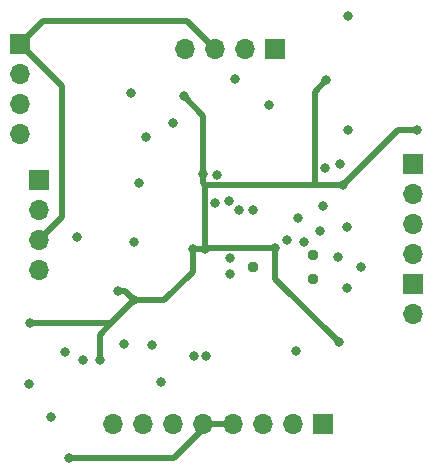
<source format=gbr>
%TF.GenerationSoftware,KiCad,Pcbnew,5.1.6-1.fc32*%
%TF.CreationDate,2020-09-22T21:06:53+01:00*%
%TF.ProjectId,ACNodeReader,41434e6f-6465-4526-9561-6465722e6b69,rev?*%
%TF.SameCoordinates,Original*%
%TF.FileFunction,Copper,L2,Inr*%
%TF.FilePolarity,Positive*%
%FSLAX46Y46*%
G04 Gerber Fmt 4.6, Leading zero omitted, Abs format (unit mm)*
G04 Created by KiCad (PCBNEW 5.1.6-1.fc32) date 2020-09-22 21:06:53*
%MOMM*%
%LPD*%
G01*
G04 APERTURE LIST*
%TA.AperFunction,ViaPad*%
%ADD10O,1.700000X1.700000*%
%TD*%
%TA.AperFunction,ViaPad*%
%ADD11R,1.700000X1.700000*%
%TD*%
%TA.AperFunction,ViaPad*%
%ADD12C,0.949960*%
%TD*%
%TA.AperFunction,ViaPad*%
%ADD13C,0.800000*%
%TD*%
%TA.AperFunction,Conductor*%
%ADD14C,0.500000*%
%TD*%
G04 APERTURE END LIST*
D10*
%TO.N,i2c_SDA*%
%TO.C,J7*%
X112522000Y-73660000D03*
%TO.N,i2c_SCL*%
X112522000Y-71120000D03*
%TO.N,GND*%
X112522000Y-68580000D03*
D11*
%TO.N,+5V*%
X112522000Y-66040000D03*
%TD*%
D10*
%TO.N,GND*%
%TO.C,J6*%
X114109500Y-85217000D03*
%TO.N,+5V*%
X114109500Y-82677000D03*
%TO.N,/uC_RX*%
X114109500Y-80137000D03*
D11*
%TO.N,/uC_TX*%
X114109500Y-77597000D03*
%TD*%
D10*
%TO.N,Net-(J5-Pad4)*%
%TO.C,J5*%
X145732500Y-83820000D03*
%TO.N,Net-(J5-Pad3)*%
X145732500Y-81280000D03*
%TO.N,Net-(J5-Pad2)*%
X145732500Y-78740000D03*
D11*
%TO.N,Net-(J5-Pad1)*%
X145732500Y-76200000D03*
%TD*%
D10*
%TO.N,Net-(C10-Pad2)*%
%TO.C,J4*%
X145732500Y-88900000D03*
D11*
%TO.N,Net-(C10-Pad1)*%
X145732500Y-86360000D03*
%TD*%
D10*
%TO.N,/RX+*%
%TO.C,J1*%
X120396000Y-98200000D03*
%TO.N,/RX-*%
X122936000Y-98200000D03*
%TO.N,/TX+*%
X125476000Y-98200000D03*
%TO.N,+12V*%
X128016000Y-98200000D03*
X130556000Y-98200000D03*
%TO.N,/TX-*%
X133096000Y-98200000D03*
%TO.N,GND*%
X135636000Y-98200000D03*
D11*
X138176000Y-98200000D03*
%TD*%
D10*
%TO.N,GND*%
%TO.C,J3*%
X126480000Y-66500000D03*
%TO.N,+5V*%
X129020000Y-66500000D03*
%TO.N,i2c_SDA*%
X131560000Y-66500000D03*
D11*
%TO.N,i2c_SCL*%
X134100000Y-66500000D03*
%TD*%
D12*
%TO.N,N/C*%
%TO.C,J2*%
X137287000Y-85979000D03*
X137287000Y-83947000D03*
X132207000Y-84963000D03*
%TD*%
D13*
%TO.N,GND*%
X124414990Y-94625000D03*
X115125500Y-97599500D03*
X140295000Y-63667000D03*
X117792500Y-92773500D03*
X113220500Y-94805500D03*
X140295000Y-73302500D03*
X127240000Y-92470000D03*
X122174000Y-82804000D03*
X117289000Y-82364000D03*
X121920000Y-70231000D03*
X128270000Y-92456000D03*
X122555000Y-77851000D03*
X136525000Y-82804000D03*
X138303000Y-76581000D03*
X138176000Y-79756000D03*
X135890000Y-92075000D03*
X130265660Y-85507340D03*
%TO.N,+12V*%
X116649500Y-101092000D03*
%TO.N,Net-(C10-Pad1)*%
X130302000Y-84201000D03*
X140208000Y-86741000D03*
%TO.N,/TX-*%
X121285000Y-91440006D03*
%TO.N,Net-(J2-Pad5)*%
X130175000Y-79375000D03*
X137922000Y-81915000D03*
%TO.N,Net-(J2-Pad4)*%
X132207000Y-80137000D03*
X135128000Y-82677000D03*
%TO.N,Net-(J2-Pad3)*%
X136017000Y-80772000D03*
X139446000Y-84074000D03*
%TO.N,i2c_SDA*%
X133604000Y-71247000D03*
%TO.N,i2c_SCL*%
X130702500Y-68980500D03*
%TO.N,/uC_TX*%
X123698000Y-91567000D03*
X125476000Y-72771000D03*
%TO.N,/uC_RX*%
X116268500Y-92138500D03*
X123190000Y-73914000D03*
%TO.N,/LED1*%
X129144000Y-77100000D03*
X139573000Y-76200000D03*
%TO.N,/LED2*%
X129032000Y-79502000D03*
X140208004Y-81534000D03*
%TO.N,/LED3*%
X131064000Y-80137000D03*
X141351000Y-84963000D03*
%TO.N,+3V3*%
X122174000Y-87757000D03*
X119289490Y-92837000D03*
X113297000Y-89675000D03*
X128016000Y-77089000D03*
X139855000Y-77950000D03*
X139484000Y-91275000D03*
X134112000Y-83311994D03*
X128143000Y-83439004D03*
X127127008Y-83439000D03*
X126365000Y-70485000D03*
X146106000Y-73350000D03*
X138430000Y-69088000D03*
X120777000Y-86995000D03*
%TD*%
D14*
%TO.N,+12V*%
X116649500Y-101092000D02*
X125548000Y-101092000D01*
X125548000Y-101092000D02*
X128440000Y-98200000D01*
X128440000Y-98200000D02*
X130980000Y-98200000D01*
%TO.N,+5V*%
X114427000Y-64135000D02*
X112522000Y-66040000D01*
X126655000Y-64135000D02*
X114427000Y-64135000D01*
X129020000Y-66500000D02*
X126655000Y-64135000D01*
X116078000Y-69596000D02*
X112522000Y-66040000D01*
X116078000Y-80708500D02*
X116078000Y-69596000D01*
X114109500Y-82677000D02*
X116078000Y-80708500D01*
%TO.N,+3V3*%
X119289490Y-90641510D02*
X119289490Y-92837000D01*
X113297000Y-89675000D02*
X120028000Y-89675000D01*
X120028000Y-89675000D02*
X120142000Y-89789000D01*
X120142000Y-89789000D02*
X119289490Y-90641510D01*
X122174000Y-87757000D02*
X120142000Y-89789000D01*
X128016000Y-77851000D02*
X128016000Y-77089000D01*
X128115000Y-77950000D02*
X128016000Y-77851000D01*
X139484000Y-91275000D02*
X134112000Y-85903000D01*
X134112000Y-85903000D02*
X134112000Y-83311994D01*
X128270010Y-83311994D02*
X128143000Y-83439004D01*
X134112000Y-83311994D02*
X128270010Y-83311994D01*
X127127012Y-83439004D02*
X127127008Y-83439000D01*
X128143000Y-83439004D02*
X127127012Y-83439004D01*
X128016000Y-72136000D02*
X128016000Y-77089000D01*
X126365000Y-70485000D02*
X128016000Y-72136000D01*
X128143000Y-77978000D02*
X128143000Y-83439004D01*
X128016000Y-77851000D02*
X128143000Y-77978000D01*
X144455000Y-73350000D02*
X139855000Y-77950000D01*
X146106000Y-73350000D02*
X144455000Y-73350000D01*
X137452999Y-77939001D02*
X137442000Y-77950000D01*
X137452999Y-70065001D02*
X137452999Y-77939001D01*
X138430000Y-69088000D02*
X137452999Y-70065001D01*
X137442000Y-77950000D02*
X128115000Y-77950000D01*
X139855000Y-77950000D02*
X137442000Y-77950000D01*
X127127008Y-83439000D02*
X127127008Y-85343991D01*
X127127008Y-85343991D02*
X124713999Y-87757000D01*
X124713999Y-87757000D02*
X122174000Y-87757000D01*
X121412000Y-86995000D02*
X122174000Y-87757000D01*
X120777000Y-86995000D02*
X121412000Y-86995000D01*
%TD*%
M02*

</source>
